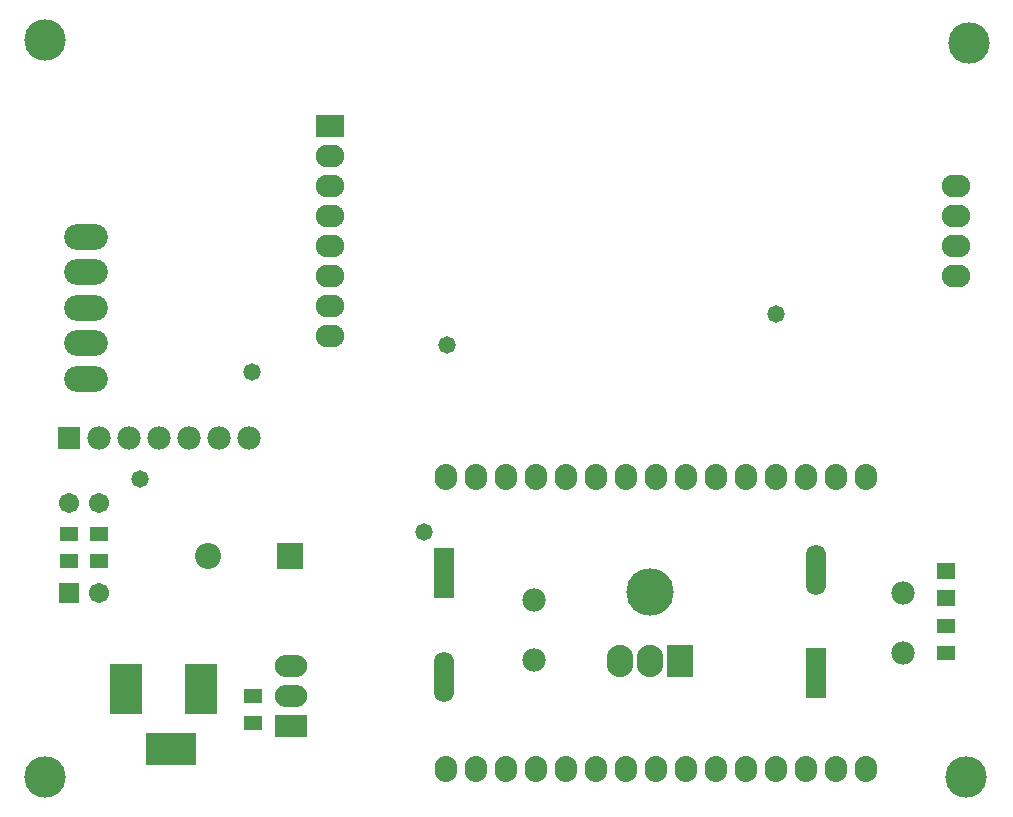
<source format=gbs>
G04*
G04 #@! TF.GenerationSoftware,Altium Limited,Altium Designer,21.0.8 (223)*
G04*
G04 Layer_Color=16711935*
%FSTAX24Y24*%
%MOIN*%
G70*
G04*
G04 #@! TF.SameCoordinates,A57ED762-F1FC-47E5-BACA-E58B220B156E*
G04*
G04*
G04 #@! TF.FilePolarity,Negative*
G04*
G01*
G75*
%ADD18O,0.0880X0.1080*%
%ADD19C,0.0780*%
%ADD20C,0.1580*%
%ADD21R,0.0880X0.1080*%
%ADD22O,0.0749X0.0867*%
%ADD23C,0.1379*%
%ADD24C,0.0671*%
%ADD25R,0.0671X0.0671*%
%ADD26R,0.0780X0.0780*%
%ADD27R,0.1680X0.1080*%
%ADD28R,0.1080X0.1680*%
%ADD29O,0.1458X0.0867*%
%ADD30R,0.0867X0.0867*%
%ADD31C,0.0867*%
%ADD32O,0.1080X0.0730*%
%ADD33R,0.1080X0.0730*%
%ADD34O,0.0946X0.0749*%
%ADD35R,0.0946X0.0749*%
%ADD36C,0.0580*%
%ADD63O,0.0671X0.1680*%
%ADD64R,0.0671X0.1680*%
%ADD65R,0.0630X0.0580*%
%ADD66R,0.0630X0.0474*%
D18*
X03689Y02779D02*
D03*
X03589D02*
D03*
D19*
X03301Y02783D02*
D03*
X02353Y03525D02*
D03*
X02253D02*
D03*
X02153D02*
D03*
X02053D02*
D03*
X01853D02*
D03*
X01953D02*
D03*
X03301Y02983D02*
D03*
X04534Y02806D02*
D03*
Y03006D02*
D03*
D20*
X03689Y03009D02*
D03*
D21*
X03789Y02779D02*
D03*
D22*
X0301Y02419D02*
D03*
X0311D02*
D03*
X0321D02*
D03*
X0331D02*
D03*
X0341D02*
D03*
X0351D02*
D03*
X0361D02*
D03*
X0371D02*
D03*
X0381D02*
D03*
X0391D02*
D03*
X0401D02*
D03*
X0411D02*
D03*
X0421D02*
D03*
X0431D02*
D03*
X0441D02*
D03*
X0301Y033942D02*
D03*
X0311D02*
D03*
X0321D02*
D03*
X0331D02*
D03*
X0341D02*
D03*
X0351D02*
D03*
X0361D02*
D03*
X0371D02*
D03*
X0381D02*
D03*
X0391D02*
D03*
X0401D02*
D03*
X0411D02*
D03*
X0421D02*
D03*
X0431D02*
D03*
X0441D02*
D03*
D23*
X04744Y02394D02*
D03*
X01673Y04851D02*
D03*
X04752Y04839D02*
D03*
X01672Y02394D02*
D03*
D24*
X01853Y03306D02*
D03*
X01753D02*
D03*
X01853Y03006D02*
D03*
D25*
X01753D02*
D03*
D26*
Y03525D02*
D03*
D27*
X02091Y02488D02*
D03*
D28*
X01941Y02688D02*
D03*
X02191D02*
D03*
D29*
X01809Y041942D02*
D03*
Y040761D02*
D03*
Y03958D02*
D03*
Y038399D02*
D03*
Y037218D02*
D03*
D30*
X024908Y03131D02*
D03*
D31*
X022152D02*
D03*
D32*
X02493Y02663D02*
D03*
Y02763D02*
D03*
D33*
Y02563D02*
D03*
D34*
X026236Y043646D02*
D03*
Y044646D02*
D03*
Y042646D02*
D03*
Y041646D02*
D03*
Y040646D02*
D03*
Y039646D02*
D03*
Y038646D02*
D03*
X047104Y043648D02*
D03*
Y042648D02*
D03*
Y041648D02*
D03*
Y040648D02*
D03*
D35*
X026236Y045646D02*
D03*
D36*
X02361Y03742D02*
D03*
X03014Y03833D02*
D03*
X0199Y03387D02*
D03*
X029356Y032104D02*
D03*
X04109Y03936D02*
D03*
D63*
X04244Y03084D02*
D03*
X03003Y02727D02*
D03*
D64*
X04244Y02739D02*
D03*
X03003Y03072D02*
D03*
D65*
X04677Y029914D02*
D03*
Y030814D02*
D03*
D66*
X04677Y02896D02*
D03*
Y02806D02*
D03*
X02365Y02575D02*
D03*
Y02665D02*
D03*
X01853Y03112D02*
D03*
Y03202D02*
D03*
X01753Y03112D02*
D03*
Y03202D02*
D03*
M02*

</source>
